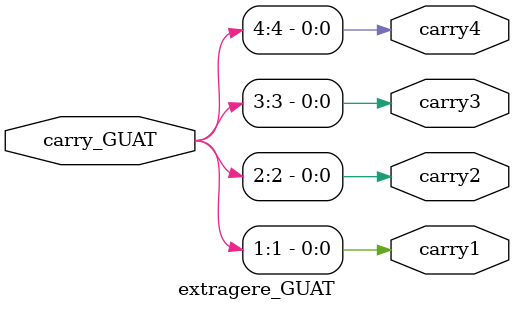
<source format=v>
`timescale 1ns / 1ps


module extragere_GUAT(carry_GUAT, carry1, carry2, carry3, carry4);

    input [4:1] carry_GUAT;
    output carry1, carry2, carry3, carry4;
    
    assign carry1 = carry_GUAT[1];
    assign carry2 = carry_GUAT[2];
    assign carry3 = carry_GUAT[3];
    assign carry4 = carry_GUAT[4];
    
endmodule

</source>
